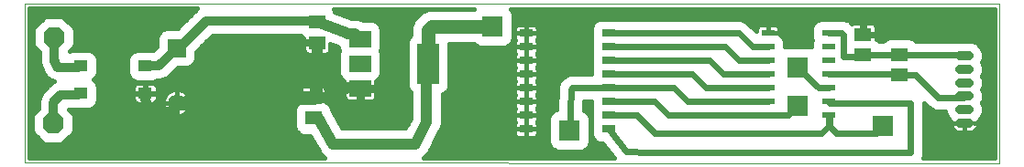
<source format=gbl>
G75*
G70*
%OFA0B0*%
%FSLAX24Y24*%
%IPPOS*%
%LPD*%
%AMOC8*
5,1,8,0,0,1.08239X$1,22.5*
%
%ADD10C,0.0000*%
%ADD11R,0.0500X0.0299*%
%ADD12R,0.0472X0.0236*%
%ADD13C,0.0317*%
%ADD14R,0.0512X0.0394*%
%ADD15R,0.0591X0.0512*%
%ADD16C,0.0650*%
%ADD17R,0.0650X0.0650*%
%ADD18R,0.0787X0.0591*%
%ADD19R,0.0787X0.1496*%
%ADD20OC8,0.0760*%
%ADD21C,0.0320*%
%ADD22C,0.0400*%
%ADD23C,0.0160*%
%ADD24C,0.0500*%
%ADD25R,0.0768X0.0768*%
%ADD26C,0.0240*%
D10*
X000254Y000496D02*
X000254Y006301D01*
X035707Y006286D01*
X035707Y000480D01*
X000254Y000496D01*
D11*
X018494Y001721D03*
X018494Y002221D03*
X018494Y002721D03*
X018494Y003221D03*
X018494Y003721D03*
X018494Y004221D03*
X018494Y004721D03*
X018494Y005221D03*
X021494Y005221D03*
X021494Y004721D03*
X021494Y004221D03*
X021494Y003721D03*
X021494Y003221D03*
X021494Y002721D03*
X021494Y002221D03*
X021494Y001721D03*
D12*
X027291Y002234D03*
X029496Y002234D03*
X029496Y002734D03*
X027291Y002734D03*
X027291Y003234D03*
X029496Y003234D03*
X029496Y003734D03*
X027291Y003734D03*
X027291Y004234D03*
X029496Y004234D03*
X029496Y004734D03*
X027291Y004734D03*
X027291Y005234D03*
X029496Y005234D03*
D13*
X034277Y004398D02*
X034594Y004398D01*
X034594Y003906D02*
X034277Y003906D01*
X034277Y003413D02*
X034594Y003413D01*
X034594Y002921D02*
X034277Y002921D01*
X034277Y002429D02*
X034594Y002429D01*
X034594Y001937D02*
X034277Y001937D01*
D14*
X004649Y003025D03*
X002287Y003025D03*
X002287Y004025D03*
X004649Y004025D03*
D15*
X010754Y002868D03*
X010754Y002120D03*
X010892Y004876D03*
X010892Y005624D03*
X030747Y005168D03*
X030747Y004420D03*
X032075Y004437D03*
X032075Y003689D03*
D16*
X005786Y002680D03*
D17*
X005786Y004680D03*
D18*
X012457Y005011D03*
X012457Y004106D03*
X012457Y003200D03*
D19*
X014937Y004106D03*
D20*
X001325Y005075D03*
X001293Y001932D03*
D21*
X001293Y002596D01*
X001295Y002624D01*
X001299Y002652D01*
X001307Y002679D01*
X001318Y002704D01*
X001331Y002729D01*
X001348Y002752D01*
X001366Y002773D01*
X001367Y002773D02*
X001574Y002980D01*
X002179Y002980D01*
X002203Y002982D01*
X002226Y002987D01*
X002248Y002997D01*
X002269Y003009D01*
X002287Y003025D01*
X004649Y003025D02*
X004649Y002808D01*
X004651Y002780D01*
X004655Y002752D01*
X004663Y002725D01*
X004674Y002700D01*
X004687Y002675D01*
X004704Y002652D01*
X004722Y002631D01*
X004723Y002631D02*
X004974Y002380D01*
X005674Y002380D01*
X005674Y002464D01*
X005676Y002492D01*
X005680Y002520D01*
X005688Y002547D01*
X005699Y002572D01*
X005712Y002597D01*
X005729Y002620D01*
X005747Y002641D01*
X005786Y002680D01*
X002179Y003980D02*
X001474Y003980D01*
X001444Y004009D01*
X001445Y004010D02*
X001427Y004030D01*
X001411Y004052D01*
X001398Y004075D01*
X001388Y004100D01*
X001380Y004126D01*
X001376Y004153D01*
X001374Y004180D01*
X001325Y004298D02*
X001325Y005075D01*
X001325Y004298D02*
X001326Y004276D01*
X001331Y004255D01*
X001338Y004234D01*
X001347Y004215D01*
X001360Y004196D01*
X001374Y004180D01*
X002179Y003980D02*
X002203Y003982D01*
X002226Y003987D01*
X002248Y003997D01*
X002269Y004009D01*
X002287Y004025D01*
X004649Y004025D02*
X005028Y004025D01*
X005204Y004098D02*
X005786Y004680D01*
X005936Y004742D02*
X006874Y005680D01*
X010757Y005680D01*
X010782Y005678D01*
X010806Y005673D01*
X010830Y005665D01*
X010852Y005654D01*
X010873Y005641D01*
X010892Y005624D01*
X005935Y004742D02*
X005914Y004724D01*
X005892Y004708D01*
X005867Y004696D01*
X005841Y004687D01*
X005814Y004682D01*
X005786Y004680D01*
X005205Y004098D02*
X005184Y004080D01*
X005161Y004063D01*
X005136Y004050D01*
X005111Y004039D01*
X005084Y004031D01*
X005056Y004027D01*
X005028Y004025D01*
D22*
X010754Y002868D02*
X010904Y003018D01*
X010904Y004030D01*
X010892Y004041D01*
X010892Y004876D01*
X011965Y005224D02*
X011985Y005204D01*
X012264Y005204D01*
X012457Y005011D01*
X011965Y005224D02*
X010892Y005624D01*
X010864Y005652D01*
X014874Y004042D02*
X014937Y004106D01*
X014874Y004042D02*
X014874Y001980D01*
X014474Y001180D01*
X011474Y001180D01*
X010934Y002120D01*
X010754Y002120D01*
X010754Y002868D02*
X011317Y002868D01*
X011985Y003236D01*
X012422Y003236D01*
X012457Y003200D01*
D23*
X012390Y003175D02*
X011222Y003175D01*
X011217Y003194D02*
X011229Y003148D01*
X011229Y002916D01*
X010802Y002916D01*
X010802Y002820D01*
X011229Y002820D01*
X011229Y002713D01*
X011265Y002698D01*
X011371Y002591D01*
X011429Y002452D01*
X011429Y002439D01*
X011455Y002377D01*
X011809Y001760D01*
X014115Y001760D01*
X014294Y002117D01*
X014294Y003071D01*
X014222Y003143D01*
X014164Y003282D01*
X014164Y004930D01*
X014222Y005069D01*
X014307Y005155D01*
X014307Y005469D01*
X014403Y005701D01*
X014540Y005837D01*
X014717Y006014D01*
X014948Y006110D01*
X016599Y006110D01*
X016603Y006114D01*
X011488Y006116D01*
X011509Y006095D01*
X011550Y005998D01*
X012070Y005804D01*
X012080Y005804D01*
X012128Y005784D01*
X012380Y005784D01*
X012593Y005696D01*
X012602Y005687D01*
X012926Y005687D01*
X013066Y005629D01*
X013173Y005522D01*
X013231Y005382D01*
X013231Y004641D01*
X013197Y004559D01*
X013231Y004477D01*
X013231Y003735D01*
X013173Y003595D01*
X013066Y003489D01*
X013031Y003474D01*
X013031Y003268D01*
X012525Y003268D01*
X012525Y003133D01*
X013031Y003133D01*
X013031Y002881D01*
X013019Y002836D01*
X012995Y002795D01*
X012961Y002761D01*
X012920Y002737D01*
X012875Y002725D01*
X012525Y002725D01*
X012525Y003133D01*
X012390Y003133D01*
X012390Y002725D01*
X012040Y002725D01*
X011994Y002737D01*
X011953Y002761D01*
X011919Y002795D01*
X011896Y002836D01*
X011883Y002881D01*
X011883Y003133D01*
X012390Y003133D01*
X012390Y003268D01*
X011883Y003268D01*
X011883Y003474D01*
X011848Y003489D01*
X011741Y003595D01*
X011683Y003735D01*
X011683Y004477D01*
X011717Y004559D01*
X011683Y004641D01*
X011683Y004701D01*
X011656Y004713D01*
X011644Y004725D01*
X011367Y004828D01*
X011367Y004596D01*
X011355Y004551D01*
X011331Y004510D01*
X011298Y004476D01*
X011257Y004452D01*
X011211Y004440D01*
X010940Y004440D01*
X010940Y004828D01*
X010844Y004828D01*
X010844Y004440D01*
X010573Y004440D01*
X010527Y004452D01*
X010486Y004476D01*
X010452Y004510D01*
X010429Y004551D01*
X010417Y004596D01*
X010417Y004828D01*
X010844Y004828D01*
X010844Y004924D01*
X010417Y004924D01*
X010417Y005031D01*
X010381Y005046D01*
X010287Y005140D01*
X007097Y005140D01*
X006491Y004534D01*
X006491Y004279D01*
X006433Y004140D01*
X006327Y004033D01*
X006187Y003975D01*
X005845Y003975D01*
X005510Y003640D01*
X005510Y003640D01*
X005475Y003605D01*
X005475Y003605D01*
X005185Y003485D01*
X005070Y003485D01*
X004981Y003448D01*
X004318Y003448D01*
X004178Y003506D01*
X004071Y003613D01*
X004013Y003752D01*
X004013Y004297D01*
X004071Y004437D01*
X004178Y004544D01*
X004318Y004602D01*
X004944Y004602D01*
X005081Y004739D01*
X005081Y005081D01*
X005139Y005220D01*
X005246Y005327D01*
X005386Y005385D01*
X005815Y005385D01*
X006416Y005986D01*
X006548Y006118D01*
X000434Y006121D01*
X000434Y000676D01*
X011184Y000671D01*
X011181Y000674D01*
X011145Y000688D01*
X011090Y000743D01*
X011028Y000791D01*
X011009Y000824D01*
X010982Y000851D01*
X010952Y000923D01*
X010630Y001484D01*
X010383Y001484D01*
X010243Y001542D01*
X010137Y001649D01*
X010079Y001789D01*
X010079Y002452D01*
X010137Y002591D01*
X010243Y002698D01*
X010279Y002713D01*
X010279Y002820D01*
X010706Y002820D01*
X010706Y002916D01*
X010279Y002916D01*
X010279Y003148D01*
X010291Y003194D01*
X010315Y003235D01*
X010348Y003268D01*
X010389Y003292D01*
X010435Y003304D01*
X010706Y003304D01*
X010706Y002916D01*
X010802Y002916D01*
X010802Y003304D01*
X011073Y003304D01*
X011119Y003292D01*
X011160Y003268D01*
X011193Y003235D01*
X011217Y003194D01*
X010802Y003175D02*
X010706Y003175D01*
X010286Y003175D02*
X005892Y003175D01*
X005905Y003173D02*
X005826Y003185D01*
X005786Y003185D01*
X005747Y003185D01*
X005668Y003173D01*
X005592Y003148D01*
X005522Y003112D01*
X005457Y003065D01*
X005401Y003009D01*
X005354Y002945D01*
X005318Y002874D01*
X005294Y002798D01*
X005281Y002720D01*
X005281Y002680D01*
X005281Y002640D01*
X005294Y002562D01*
X005318Y002486D01*
X005354Y002415D01*
X005401Y002351D01*
X005457Y002295D01*
X005522Y002248D01*
X005592Y002212D01*
X005668Y002187D01*
X005747Y002175D01*
X005786Y002175D01*
X005786Y002680D01*
X005281Y002680D01*
X005786Y002680D01*
X005786Y002680D01*
X005786Y003185D01*
X005786Y002680D01*
X005786Y002680D01*
X005786Y002680D01*
X005786Y002175D01*
X005826Y002175D01*
X005905Y002187D01*
X005980Y002212D01*
X006051Y002248D01*
X006115Y002295D01*
X006171Y002351D01*
X006218Y002415D01*
X006254Y002486D01*
X006279Y002562D01*
X006291Y002640D01*
X006291Y002680D01*
X006291Y002720D01*
X006279Y002798D01*
X006254Y002874D01*
X006218Y002945D01*
X006171Y003009D01*
X006115Y003065D01*
X006051Y003112D01*
X005980Y003148D01*
X005905Y003173D01*
X005786Y003175D02*
X005786Y003175D01*
X005680Y003175D02*
X005085Y003175D01*
X005085Y003245D02*
X005085Y003043D01*
X004668Y003043D01*
X004668Y003006D01*
X004668Y002648D01*
X004929Y002648D01*
X004975Y002660D01*
X005016Y002684D01*
X005049Y002718D01*
X005073Y002759D01*
X005085Y002804D01*
X005085Y003006D01*
X004668Y003006D01*
X004631Y003006D01*
X004631Y002648D01*
X004370Y002648D01*
X004324Y002660D01*
X004283Y002684D01*
X004249Y002718D01*
X004226Y002759D01*
X004213Y002804D01*
X004213Y003006D01*
X004631Y003006D01*
X004631Y003043D01*
X004213Y003043D01*
X004213Y003245D01*
X004226Y003291D01*
X004249Y003332D01*
X004283Y003366D01*
X004324Y003389D01*
X004370Y003402D01*
X004631Y003402D01*
X004631Y003043D01*
X004668Y003043D01*
X004668Y003402D01*
X004929Y003402D01*
X004975Y003389D01*
X005016Y003366D01*
X005049Y003332D01*
X005073Y003291D01*
X005085Y003245D01*
X005048Y003333D02*
X011883Y003333D01*
X011845Y003492D02*
X005201Y003492D01*
X004668Y003333D02*
X004631Y003333D01*
X004250Y003333D02*
X002908Y003333D01*
X002923Y003297D02*
X002865Y003437D01*
X002777Y003525D01*
X002865Y003613D01*
X002923Y003752D01*
X002923Y004297D01*
X002865Y004437D01*
X002758Y004544D01*
X002619Y004602D01*
X001956Y004602D01*
X001905Y004581D01*
X002085Y004760D01*
X002085Y005390D01*
X001640Y005835D01*
X001010Y005835D01*
X000565Y005390D01*
X000565Y004760D01*
X000785Y004540D01*
X000785Y004157D01*
X000834Y004039D01*
X000834Y004025D01*
X000953Y003737D01*
X000987Y003703D01*
X001016Y003674D01*
X001168Y003522D01*
X001320Y003459D01*
X001268Y003438D01*
X001116Y003286D01*
X001061Y003231D01*
X001061Y003231D01*
X000985Y003155D01*
X000874Y003044D01*
X000753Y002753D01*
X000753Y002467D01*
X000533Y002247D01*
X000533Y001617D01*
X000979Y001172D01*
X001608Y001172D01*
X002053Y001617D01*
X002053Y002247D01*
X001860Y002440D01*
X002317Y002440D01*
X002336Y002448D01*
X002619Y002448D01*
X002758Y002506D01*
X002865Y002613D01*
X002923Y002752D01*
X002923Y003297D01*
X002923Y003175D02*
X004213Y003175D01*
X004631Y003175D02*
X004668Y003175D01*
X004668Y003016D02*
X005408Y003016D01*
X005786Y003016D02*
X005786Y003016D01*
X006164Y003016D02*
X010279Y003016D01*
X010706Y003016D02*
X010802Y003016D01*
X011229Y003016D02*
X011883Y003016D01*
X011890Y002858D02*
X010802Y002858D01*
X010706Y002858D02*
X006260Y002858D01*
X005786Y002858D02*
X005786Y002858D01*
X005313Y002858D02*
X005085Y002858D01*
X004668Y002858D02*
X004631Y002858D01*
X004213Y002858D02*
X002923Y002858D01*
X002923Y003016D02*
X004631Y003016D01*
X004631Y002699D02*
X004668Y002699D01*
X005031Y002699D02*
X005281Y002699D01*
X005786Y002699D02*
X005786Y002699D01*
X005786Y002680D02*
X006291Y002680D01*
X005786Y002680D01*
X005786Y002680D01*
X005786Y002541D02*
X005786Y002541D01*
X005301Y002541D02*
X002793Y002541D01*
X002901Y002699D02*
X004268Y002699D01*
X005379Y002382D02*
X001918Y002382D01*
X002053Y002224D02*
X005570Y002224D01*
X005786Y002224D02*
X005786Y002224D01*
X006003Y002224D02*
X010079Y002224D01*
X010079Y002065D02*
X002053Y002065D01*
X002053Y001907D02*
X010079Y001907D01*
X010096Y001748D02*
X002053Y001748D01*
X002026Y001590D02*
X010196Y001590D01*
X010661Y001431D02*
X001867Y001431D01*
X001709Y001273D02*
X010752Y001273D01*
X010843Y001114D02*
X000434Y001114D01*
X000434Y000956D02*
X010934Y000956D01*
X011025Y000797D02*
X000434Y000797D01*
X000434Y001273D02*
X000878Y001273D01*
X000720Y001431D02*
X000434Y001431D01*
X000434Y001590D02*
X000561Y001590D01*
X000533Y001748D02*
X000434Y001748D01*
X000434Y001907D02*
X000533Y001907D01*
X000533Y002065D02*
X000434Y002065D01*
X000434Y002224D02*
X000533Y002224D01*
X000434Y002382D02*
X000669Y002382D01*
X000753Y002541D02*
X000434Y002541D01*
X000434Y002699D02*
X000753Y002699D01*
X000797Y002858D02*
X000434Y002858D01*
X000434Y003016D02*
X000862Y003016D01*
X001005Y003175D02*
X000434Y003175D01*
X000434Y003333D02*
X001163Y003333D01*
X001242Y003492D02*
X000434Y003492D01*
X000434Y003650D02*
X001040Y003650D01*
X000987Y003703D02*
X000987Y003703D01*
X000953Y003737D02*
X000953Y003737D01*
X000923Y003809D02*
X000434Y003809D01*
X000434Y003967D02*
X000858Y003967D01*
X000798Y004126D02*
X000434Y004126D01*
X000434Y004284D02*
X000785Y004284D01*
X000785Y004443D02*
X000434Y004443D01*
X000434Y004601D02*
X000724Y004601D01*
X000566Y004760D02*
X000434Y004760D01*
X000434Y004918D02*
X000565Y004918D01*
X000565Y005077D02*
X000434Y005077D01*
X000434Y005235D02*
X000565Y005235D01*
X000568Y005394D02*
X000434Y005394D01*
X000434Y005552D02*
X000727Y005552D01*
X000885Y005711D02*
X000434Y005711D01*
X000434Y005869D02*
X006299Y005869D01*
X006141Y005711D02*
X001764Y005711D01*
X001923Y005552D02*
X005982Y005552D01*
X005824Y005394D02*
X002081Y005394D01*
X002085Y005235D02*
X005154Y005235D01*
X005081Y005077D02*
X002085Y005077D01*
X002085Y004918D02*
X005081Y004918D01*
X005081Y004760D02*
X002084Y004760D01*
X001954Y004601D02*
X001925Y004601D01*
X002620Y004601D02*
X004316Y004601D01*
X004077Y004443D02*
X002860Y004443D01*
X002923Y004284D02*
X004013Y004284D01*
X004013Y004126D02*
X002923Y004126D01*
X002923Y003967D02*
X004013Y003967D01*
X004013Y003809D02*
X002923Y003809D01*
X002881Y003650D02*
X004056Y003650D01*
X004213Y003492D02*
X002811Y003492D01*
X005520Y003650D02*
X011719Y003650D01*
X011683Y003809D02*
X005678Y003809D01*
X005837Y003967D02*
X011683Y003967D01*
X011683Y004126D02*
X006419Y004126D01*
X006491Y004284D02*
X011683Y004284D01*
X011683Y004443D02*
X011220Y004443D01*
X010940Y004443D02*
X010844Y004443D01*
X010564Y004443D02*
X006491Y004443D01*
X006558Y004601D02*
X010417Y004601D01*
X010844Y004601D02*
X010940Y004601D01*
X011367Y004601D02*
X011700Y004601D01*
X011551Y004760D02*
X011367Y004760D01*
X010940Y004760D02*
X010844Y004760D01*
X010417Y004760D02*
X006717Y004760D01*
X006875Y004918D02*
X010844Y004918D01*
X010351Y005077D02*
X007034Y005077D01*
X011895Y005869D02*
X014572Y005869D01*
X014413Y005711D02*
X012558Y005711D01*
X013143Y005552D02*
X014342Y005552D01*
X014307Y005394D02*
X013226Y005394D01*
X013231Y005235D02*
X014307Y005235D01*
X014229Y005077D02*
X013231Y005077D01*
X013231Y004918D02*
X014164Y004918D01*
X014164Y004760D02*
X013231Y004760D01*
X013214Y004601D02*
X014164Y004601D01*
X014164Y004443D02*
X013231Y004443D01*
X013231Y004284D02*
X014164Y004284D01*
X014164Y004126D02*
X013231Y004126D01*
X013231Y003967D02*
X014164Y003967D01*
X014164Y003809D02*
X013231Y003809D01*
X013196Y003650D02*
X014164Y003650D01*
X014164Y003492D02*
X013069Y003492D01*
X013031Y003333D02*
X014164Y003333D01*
X014208Y003175D02*
X012525Y003175D01*
X012525Y003016D02*
X012390Y003016D01*
X013031Y003016D02*
X014294Y003016D01*
X014294Y002858D02*
X013024Y002858D01*
X012525Y002858D02*
X012390Y002858D01*
X011263Y002699D02*
X014294Y002699D01*
X014294Y002541D02*
X011392Y002541D01*
X011453Y002382D02*
X014294Y002382D01*
X014294Y002224D02*
X011543Y002224D01*
X011634Y002065D02*
X014268Y002065D01*
X014188Y001907D02*
X011725Y001907D01*
X010079Y002382D02*
X006194Y002382D01*
X006272Y002541D02*
X010116Y002541D01*
X010245Y002699D02*
X006291Y002699D01*
X005786Y002382D02*
X005786Y002382D01*
X014770Y000669D02*
X014783Y000680D01*
X014802Y000688D01*
X014869Y000755D01*
X014941Y000817D01*
X014950Y000836D01*
X014965Y000851D01*
X015002Y000939D01*
X015350Y001636D01*
X015365Y001651D01*
X015402Y001739D01*
X015444Y001824D01*
X015446Y001845D01*
X015454Y001865D01*
X015454Y001959D01*
X015460Y002054D01*
X015454Y002074D01*
X015454Y002997D01*
X015546Y003036D01*
X015653Y003143D01*
X015711Y003282D01*
X015711Y004850D01*
X016599Y004850D01*
X016675Y004774D01*
X016814Y004716D01*
X017733Y004716D01*
X017873Y004774D01*
X017980Y004881D01*
X018038Y005021D01*
X018038Y005939D01*
X017980Y006079D01*
X017945Y006113D01*
X035527Y006106D01*
X035527Y000660D01*
X032924Y000661D01*
X032974Y000781D01*
X032974Y002673D01*
X033050Y002597D01*
X033190Y002456D01*
X033374Y002380D01*
X033738Y002380D01*
X033738Y002322D01*
X033820Y002124D01*
X033944Y002000D01*
X033938Y001970D01*
X033938Y001937D01*
X033938Y001904D01*
X033951Y001838D01*
X033977Y001777D01*
X034014Y001721D01*
X034061Y001674D01*
X034116Y001637D01*
X034178Y001612D01*
X034243Y001599D01*
X034435Y001599D01*
X034435Y001891D01*
X034435Y001891D01*
X034435Y001599D01*
X034627Y001599D01*
X034692Y001612D01*
X034754Y001637D01*
X034809Y001674D01*
X034856Y001721D01*
X034893Y001777D01*
X034919Y001838D01*
X034932Y001904D01*
X034932Y001937D01*
X034812Y001937D01*
X034812Y001937D01*
X034932Y001937D01*
X034932Y001970D01*
X034926Y002000D01*
X035050Y002124D01*
X035132Y002322D01*
X035132Y002536D01*
X035074Y002675D01*
X035132Y002814D01*
X035132Y003028D01*
X035074Y003167D01*
X035132Y003306D01*
X035132Y003521D01*
X035074Y003660D01*
X035132Y003798D01*
X035132Y004013D01*
X035074Y004152D01*
X035132Y004291D01*
X035132Y004505D01*
X035050Y004703D01*
X034899Y004854D01*
X034701Y004936D01*
X034497Y004936D01*
X034496Y004937D01*
X032664Y004937D01*
X032586Y005015D01*
X032446Y005073D01*
X031704Y005073D01*
X031565Y005015D01*
X031470Y004920D01*
X031336Y004920D01*
X031257Y004998D01*
X031222Y005013D01*
X031222Y005120D01*
X030795Y005120D01*
X030795Y005216D01*
X031222Y005216D01*
X031222Y005448D01*
X031210Y005494D01*
X031186Y005535D01*
X031153Y005568D01*
X031112Y005592D01*
X031066Y005604D01*
X030795Y005604D01*
X030795Y005216D01*
X030699Y005216D01*
X030699Y005604D01*
X030428Y005604D01*
X030382Y005592D01*
X030342Y005569D01*
X030307Y005604D01*
X030253Y005658D01*
X030069Y005734D01*
X029396Y005734D01*
X029392Y005732D01*
X029184Y005732D01*
X029044Y005675D01*
X028937Y005568D01*
X028880Y005428D01*
X028880Y005041D01*
X028903Y004984D01*
X028880Y004928D01*
X028880Y004725D01*
X028833Y004744D01*
X027914Y004744D01*
X027907Y004741D01*
X027907Y004928D01*
X027849Y005068D01*
X027742Y005175D01*
X027707Y005189D01*
X027707Y005234D01*
X027390Y005234D01*
X027291Y005234D01*
X027291Y005234D01*
X027707Y005234D01*
X027707Y005376D01*
X027695Y005422D01*
X027671Y005463D01*
X027638Y005496D01*
X027597Y005520D01*
X027551Y005532D01*
X027291Y005532D01*
X027031Y005532D01*
X026985Y005520D01*
X026944Y005496D01*
X026911Y005463D01*
X026887Y005422D01*
X026875Y005376D01*
X026875Y005286D01*
X026516Y005644D01*
X026333Y005721D01*
X021891Y005721D01*
X021819Y005750D01*
X021168Y005750D01*
X021029Y005692D01*
X020922Y005585D01*
X020864Y005446D01*
X020864Y004995D01*
X020874Y004971D01*
X020864Y004946D01*
X020864Y004495D01*
X020874Y004471D01*
X020864Y004446D01*
X020864Y003995D01*
X020874Y003971D01*
X020864Y003946D01*
X020864Y003730D01*
X020074Y003730D01*
X019890Y003654D01*
X019776Y003539D01*
X019709Y003477D01*
X019706Y003469D01*
X019700Y003463D01*
X019665Y003379D01*
X019627Y003296D01*
X019627Y003287D01*
X019624Y003279D01*
X019624Y003188D01*
X019599Y002437D01*
X019475Y002386D01*
X019368Y002279D01*
X019310Y002139D01*
X019310Y001221D01*
X019368Y001081D01*
X019475Y000974D01*
X019614Y000916D01*
X020533Y000916D01*
X020673Y000974D01*
X020780Y001081D01*
X020838Y001221D01*
X020838Y002139D01*
X020780Y002279D01*
X020673Y002386D01*
X020599Y002417D01*
X020609Y002730D01*
X020864Y002730D01*
X020864Y002495D01*
X020874Y002471D01*
X020864Y002446D01*
X020864Y001995D01*
X020874Y001971D01*
X020864Y001946D01*
X020864Y001495D01*
X020922Y001356D01*
X021029Y001249D01*
X021168Y001191D01*
X021278Y001191D01*
X021698Y000666D01*
X014770Y000669D01*
X014917Y000797D02*
X021593Y000797D01*
X021466Y000956D02*
X020628Y000956D01*
X020793Y001114D02*
X021339Y001114D01*
X021005Y001273D02*
X020838Y001273D01*
X020838Y001431D02*
X020890Y001431D01*
X020864Y001590D02*
X020838Y001590D01*
X020838Y001748D02*
X020864Y001748D01*
X020864Y001907D02*
X020838Y001907D01*
X020838Y002065D02*
X020864Y002065D01*
X020864Y002224D02*
X020803Y002224D01*
X020864Y002382D02*
X020677Y002382D01*
X020603Y002541D02*
X020864Y002541D01*
X020864Y002699D02*
X020608Y002699D01*
X019607Y002699D02*
X018924Y002699D01*
X018924Y002721D02*
X018494Y002721D01*
X018494Y002721D01*
X018494Y002891D01*
X018494Y003221D01*
X018494Y003221D01*
X018494Y003391D01*
X018494Y003721D01*
X018494Y003721D01*
X018494Y003891D01*
X018494Y004221D01*
X018494Y004221D01*
X018494Y004550D01*
X018494Y004721D01*
X018494Y004721D01*
X018494Y004891D01*
X018494Y005221D01*
X018494Y005221D01*
X018494Y005550D01*
X018767Y005550D01*
X018813Y005538D01*
X018854Y005514D01*
X018888Y005481D01*
X018912Y005440D01*
X018924Y005394D01*
X018924Y005221D01*
X018494Y005221D01*
X018494Y005221D01*
X018494Y005550D01*
X018220Y005550D01*
X018174Y005538D01*
X018133Y005514D01*
X018100Y005481D01*
X018076Y005440D01*
X018064Y005394D01*
X018064Y005221D01*
X018494Y005221D01*
X018924Y005221D01*
X018924Y005047D01*
X018912Y005001D01*
X018894Y004971D01*
X018912Y004940D01*
X018924Y004894D01*
X018924Y004721D01*
X018494Y004721D01*
X018494Y004721D01*
X018494Y005221D01*
X018494Y005221D01*
X018494Y005221D01*
X018064Y005221D01*
X018064Y005047D01*
X018076Y005001D01*
X018094Y004971D01*
X018076Y004940D01*
X018064Y004894D01*
X018064Y004721D01*
X018494Y004721D01*
X018924Y004721D01*
X018924Y004547D01*
X018912Y004501D01*
X018894Y004471D01*
X018912Y004440D01*
X018924Y004394D01*
X018924Y004221D01*
X018494Y004221D01*
X018494Y004221D01*
X018494Y004721D01*
X018494Y004721D01*
X018494Y004721D01*
X018064Y004721D01*
X018064Y004547D01*
X018076Y004501D01*
X018094Y004471D01*
X018076Y004440D01*
X018064Y004394D01*
X018064Y004221D01*
X018494Y004221D01*
X018924Y004221D01*
X018924Y004047D01*
X018912Y004001D01*
X018894Y003971D01*
X018912Y003940D01*
X018924Y003894D01*
X018924Y003721D01*
X018494Y003721D01*
X018494Y003721D01*
X018494Y004221D01*
X018494Y004221D01*
X018494Y004221D01*
X018064Y004221D01*
X018064Y004047D01*
X018076Y004001D01*
X018094Y003971D01*
X018076Y003940D01*
X018064Y003894D01*
X018064Y003721D01*
X018494Y003721D01*
X018924Y003721D01*
X018924Y003547D01*
X018912Y003501D01*
X018894Y003471D01*
X018912Y003440D01*
X018924Y003394D01*
X018924Y003221D01*
X018494Y003221D01*
X018494Y003221D01*
X018494Y003721D01*
X018494Y003721D01*
X018494Y003721D01*
X018064Y003721D01*
X018064Y003547D01*
X018076Y003501D01*
X018094Y003471D01*
X018076Y003440D01*
X018064Y003394D01*
X018064Y003221D01*
X018494Y003221D01*
X018924Y003221D01*
X018924Y003047D01*
X018912Y003001D01*
X018894Y002971D01*
X018912Y002940D01*
X018924Y002894D01*
X018924Y002721D01*
X018494Y002721D01*
X018494Y002721D01*
X018494Y003221D01*
X018494Y003221D01*
X018494Y003221D01*
X018064Y003221D01*
X018064Y003047D01*
X018076Y003001D01*
X018094Y002971D01*
X018076Y002940D01*
X018064Y002894D01*
X018064Y002721D01*
X018494Y002721D01*
X018494Y002721D01*
X018494Y002391D01*
X018494Y002221D01*
X018494Y002221D01*
X018924Y002221D01*
X018924Y002394D01*
X018912Y002440D01*
X018894Y002471D01*
X018912Y002501D01*
X018924Y002547D01*
X018924Y002721D01*
X018924Y002858D02*
X019613Y002858D01*
X019618Y003016D02*
X018915Y003016D01*
X018494Y003016D02*
X018494Y003016D01*
X018072Y003016D02*
X015499Y003016D01*
X015454Y002858D02*
X018064Y002858D01*
X018494Y002858D02*
X018494Y002858D01*
X018494Y002721D02*
X018064Y002721D01*
X018064Y002547D01*
X018076Y002501D01*
X018094Y002471D01*
X018076Y002440D01*
X018064Y002394D01*
X018064Y002221D01*
X018494Y002221D01*
X018494Y002221D01*
X018494Y002721D01*
X018494Y002721D01*
X018494Y002699D02*
X018494Y002699D01*
X018064Y002699D02*
X015454Y002699D01*
X015454Y002541D02*
X018066Y002541D01*
X018494Y002541D02*
X018494Y002541D01*
X018494Y002382D02*
X018494Y002382D01*
X018064Y002382D02*
X015454Y002382D01*
X015454Y002224D02*
X018064Y002224D01*
X018064Y002221D02*
X018064Y002047D01*
X018076Y002001D01*
X018094Y001971D01*
X018076Y001940D01*
X018064Y001894D01*
X018064Y001721D01*
X018494Y001721D01*
X018494Y001721D01*
X018494Y001891D01*
X018494Y002221D01*
X018924Y002221D01*
X018924Y002047D01*
X018912Y002001D01*
X018894Y001971D01*
X018912Y001940D01*
X018924Y001894D01*
X018924Y001721D01*
X018494Y001721D01*
X018494Y001721D01*
X018494Y002221D01*
X018494Y002221D01*
X018494Y002221D01*
X018064Y002221D01*
X018494Y002224D02*
X018494Y002224D01*
X018494Y002065D02*
X018494Y002065D01*
X018064Y002065D02*
X015457Y002065D01*
X015454Y001907D02*
X018067Y001907D01*
X018494Y001907D02*
X018494Y001907D01*
X018920Y001907D02*
X019310Y001907D01*
X019310Y002065D02*
X018924Y002065D01*
X018924Y002224D02*
X019345Y002224D01*
X019471Y002382D02*
X018924Y002382D01*
X018922Y002541D02*
X019602Y002541D01*
X019623Y003175D02*
X018924Y003175D01*
X018494Y003175D02*
X018494Y003175D01*
X018064Y003175D02*
X015667Y003175D01*
X015711Y003333D02*
X018064Y003333D01*
X018494Y003333D02*
X018494Y003333D01*
X018494Y003492D02*
X018494Y003492D01*
X018906Y003492D02*
X019725Y003492D01*
X019644Y003333D02*
X018924Y003333D01*
X018082Y003492D02*
X015711Y003492D01*
X015711Y003650D02*
X018064Y003650D01*
X018494Y003650D02*
X018494Y003650D01*
X018494Y003809D02*
X018494Y003809D01*
X018064Y003809D02*
X015711Y003809D01*
X015711Y003967D02*
X018092Y003967D01*
X018494Y003967D02*
X018494Y003967D01*
X018896Y003967D02*
X020873Y003967D01*
X020864Y003809D02*
X018924Y003809D01*
X018924Y003650D02*
X019887Y003650D01*
X018924Y004126D02*
X020864Y004126D01*
X020864Y004284D02*
X018924Y004284D01*
X018910Y004443D02*
X020864Y004443D01*
X020864Y004601D02*
X018924Y004601D01*
X018924Y004760D02*
X020864Y004760D01*
X020864Y004918D02*
X018917Y004918D01*
X018494Y004918D02*
X018494Y004918D01*
X018070Y004918D02*
X017995Y004918D01*
X018064Y004760D02*
X017838Y004760D01*
X018494Y004760D02*
X018494Y004760D01*
X018494Y004601D02*
X018494Y004601D01*
X018064Y004601D02*
X015711Y004601D01*
X015711Y004760D02*
X016710Y004760D01*
X015711Y004443D02*
X018078Y004443D01*
X018494Y004443D02*
X018494Y004443D01*
X018494Y004284D02*
X018494Y004284D01*
X018064Y004284D02*
X015711Y004284D01*
X015711Y004126D02*
X018064Y004126D01*
X018494Y004126D02*
X018494Y004126D01*
X018494Y005077D02*
X018494Y005077D01*
X018064Y005077D02*
X018038Y005077D01*
X018038Y005235D02*
X018064Y005235D01*
X018494Y005235D02*
X018494Y005235D01*
X018494Y005394D02*
X018494Y005394D01*
X018064Y005394D02*
X018038Y005394D01*
X018038Y005552D02*
X020908Y005552D01*
X021072Y005711D02*
X018038Y005711D01*
X018038Y005869D02*
X035527Y005869D01*
X035527Y005711D02*
X030126Y005711D01*
X030699Y005552D02*
X030795Y005552D01*
X031169Y005552D02*
X035527Y005552D01*
X035527Y005394D02*
X031222Y005394D01*
X030795Y005394D02*
X030699Y005394D01*
X030699Y005235D02*
X030795Y005235D01*
X031222Y005235D02*
X035527Y005235D01*
X035527Y005077D02*
X031222Y005077D01*
X028880Y005077D02*
X027841Y005077D01*
X027707Y005235D02*
X028880Y005235D01*
X028880Y005394D02*
X027703Y005394D01*
X027291Y005394D02*
X027291Y005394D01*
X027291Y005532D02*
X027291Y005234D01*
X027291Y005234D01*
X027291Y005532D01*
X026879Y005394D02*
X026767Y005394D01*
X027291Y005235D02*
X027291Y005235D01*
X027390Y005234D02*
X027390Y005234D01*
X027907Y004918D02*
X028880Y004918D01*
X028880Y004760D02*
X027907Y004760D01*
X028931Y005552D02*
X026609Y005552D01*
X026357Y005711D02*
X029131Y005711D01*
X034744Y004918D02*
X035527Y004918D01*
X035527Y004760D02*
X034993Y004760D01*
X035092Y004601D02*
X035527Y004601D01*
X035527Y004443D02*
X035132Y004443D01*
X035129Y004284D02*
X035527Y004284D01*
X035527Y004126D02*
X035085Y004126D01*
X035132Y003967D02*
X035527Y003967D01*
X035527Y003809D02*
X035132Y003809D01*
X035078Y003650D02*
X035527Y003650D01*
X035527Y003492D02*
X035132Y003492D01*
X035132Y003333D02*
X035527Y003333D01*
X035527Y003175D02*
X035077Y003175D01*
X035132Y003016D02*
X035527Y003016D01*
X035527Y002858D02*
X035132Y002858D01*
X035084Y002699D02*
X035527Y002699D01*
X035527Y002541D02*
X035130Y002541D01*
X035132Y002382D02*
X035527Y002382D01*
X035527Y002224D02*
X035091Y002224D01*
X034991Y002065D02*
X035527Y002065D01*
X035527Y001907D02*
X034932Y001907D01*
X034874Y001748D02*
X035527Y001748D01*
X035527Y001590D02*
X032974Y001590D01*
X032974Y001748D02*
X033996Y001748D01*
X034435Y001748D02*
X034435Y001748D01*
X034058Y001937D02*
X033938Y001937D01*
X034058Y001937D01*
X034058Y001937D01*
X033938Y001907D02*
X032974Y001907D01*
X032974Y002065D02*
X033879Y002065D01*
X033779Y002224D02*
X032974Y002224D01*
X032974Y002382D02*
X033369Y002382D01*
X033106Y002541D02*
X032974Y002541D01*
X032974Y001431D02*
X035527Y001431D01*
X035527Y001273D02*
X032974Y001273D01*
X032974Y001114D02*
X035527Y001114D01*
X035527Y000956D02*
X032974Y000956D01*
X032974Y000797D02*
X035527Y000797D01*
X019519Y000956D02*
X015010Y000956D01*
X015089Y001114D02*
X019354Y001114D01*
X019310Y001273D02*
X015168Y001273D01*
X015248Y001431D02*
X018129Y001431D01*
X018133Y001427D02*
X018174Y001403D01*
X018220Y001391D01*
X018494Y001391D01*
X018767Y001391D01*
X018813Y001403D01*
X018854Y001427D01*
X018888Y001460D01*
X018912Y001501D01*
X018924Y001547D01*
X018924Y001721D01*
X018494Y001721D01*
X018494Y001721D01*
X018494Y001391D01*
X018494Y001721D01*
X018494Y001721D01*
X018064Y001721D01*
X018064Y001547D01*
X018076Y001501D01*
X018100Y001460D01*
X018133Y001427D01*
X018494Y001431D02*
X018494Y001431D01*
X018858Y001431D02*
X019310Y001431D01*
X019310Y001590D02*
X018924Y001590D01*
X018924Y001748D02*
X019310Y001748D01*
X018494Y001748D02*
X018494Y001748D01*
X018064Y001748D02*
X015406Y001748D01*
X015327Y001590D02*
X018064Y001590D01*
X018494Y001590D02*
X018494Y001590D01*
X018924Y005077D02*
X020864Y005077D01*
X020864Y005235D02*
X018924Y005235D01*
X018924Y005394D02*
X020864Y005394D01*
X018001Y006028D02*
X035527Y006028D01*
X014749Y006028D02*
X011537Y006028D01*
X006458Y006028D02*
X000434Y006028D01*
D24*
X014937Y005344D02*
X014937Y004106D01*
X010754Y002868D02*
X010742Y002880D01*
X006324Y002880D01*
X006124Y002680D01*
X005786Y002680D01*
X014937Y005344D02*
X015074Y005480D01*
X017274Y005480D01*
D25*
X017274Y005480D03*
X008974Y003780D03*
X020074Y001680D03*
X017274Y001580D03*
X028374Y002580D03*
X031474Y001830D03*
X028374Y003980D03*
D26*
X029119Y003234D01*
X029496Y003234D01*
X027291Y003234D02*
X027287Y003230D01*
X025024Y003230D01*
X024533Y003721D01*
X021494Y003721D01*
X021494Y004221D02*
X025183Y004221D01*
X025674Y003730D01*
X027287Y003730D01*
X027291Y003734D01*
X029496Y003734D02*
X032030Y003734D01*
X032075Y003689D01*
X032665Y003689D01*
X033474Y002880D01*
X034394Y002880D01*
X034435Y002921D01*
X032474Y002680D02*
X029550Y002680D01*
X029496Y002734D01*
X028374Y002580D02*
X028028Y002234D01*
X027291Y002234D01*
X027287Y002230D01*
X023674Y002230D01*
X023183Y002721D01*
X021494Y002721D01*
X021494Y003221D02*
X021484Y003230D01*
X020174Y003230D01*
X020124Y003180D01*
X020074Y001680D01*
X021494Y001721D02*
X022144Y000910D01*
X022974Y000880D01*
X032474Y000880D01*
X032474Y002680D01*
X029524Y002206D02*
X029496Y002234D01*
X029496Y001858D01*
X029774Y001580D01*
X031224Y001580D01*
X031474Y001830D01*
X029524Y001880D02*
X029524Y002206D01*
X029524Y001880D02*
X029224Y001580D01*
X023174Y001580D01*
X022533Y002221D01*
X021494Y002221D01*
X023883Y003221D02*
X024374Y002730D01*
X027287Y002730D01*
X027291Y002734D01*
X023883Y003221D02*
X021494Y003221D01*
X025733Y004721D02*
X026224Y004230D01*
X027287Y004230D01*
X027291Y004234D01*
X027287Y004730D02*
X026724Y004730D01*
X026233Y005221D01*
X021494Y005221D01*
X021494Y004721D02*
X025733Y004721D01*
X027287Y004730D02*
X027291Y004734D01*
X029496Y005234D02*
X029969Y005234D01*
X030024Y005180D01*
X030024Y004380D01*
X030707Y004380D01*
X030747Y004420D01*
X032059Y004420D01*
X032075Y004437D01*
X034396Y004437D01*
X034435Y004398D01*
X030747Y004420D02*
X030634Y004420D01*
X030574Y004480D01*
M02*

</source>
